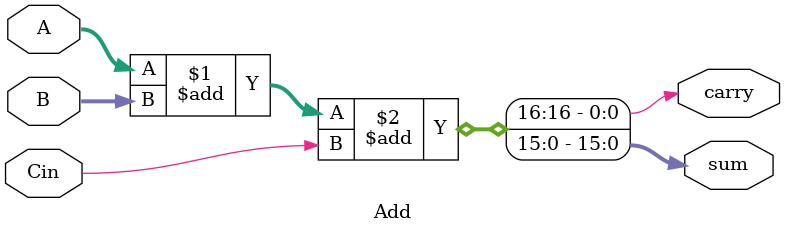
<source format=v>
`ifndef MATHS_V
`define MATHS_V

module Mul (A,B,Cout,result);
   	//---------------------------------------
   	input [15:0] A;
   	input [15:0] B;
   	//---------------------------------------
   	output[15:0] Cout;
   	output[15:0] result;
   	reg   [15:0] Cout;
   	reg   [15:0] result;
   	//---------------------------------------
	always @(A,B) begin
   		result = A * B;
	end
endmodule //Mul

// 16 bit division module
module Div (A,B,mod,res);
   	//---------------------------------------
   	input [15:0] A;
   	input [15:0] B;
   	wire  [15:0] A;
   	wire  [15:0] B;
   	//---------------------------------------
   	output[15:0] res;
   	output[15:0] mod;
   	reg   [15:0] res;
   	reg   [15:0] mod;
   	//---------------------------------------
   	always @(A,B) begin
   		res = A / B;
   		mod = A % B;
   	end
endmodule //Div

// 16 bit adder
module Add (A,B,Cin,carry,sum);
	input [15:0] A; 
	input [15:0] B;
	input 		 Cin;
	output[15:0] sum;
	output       carry;
	wire  [15:0] Sum;
   	wire         carry;

	assign {carry,sum} = A+B+Cin;
endmodule
// END MATH MODULES


`endif

</source>
